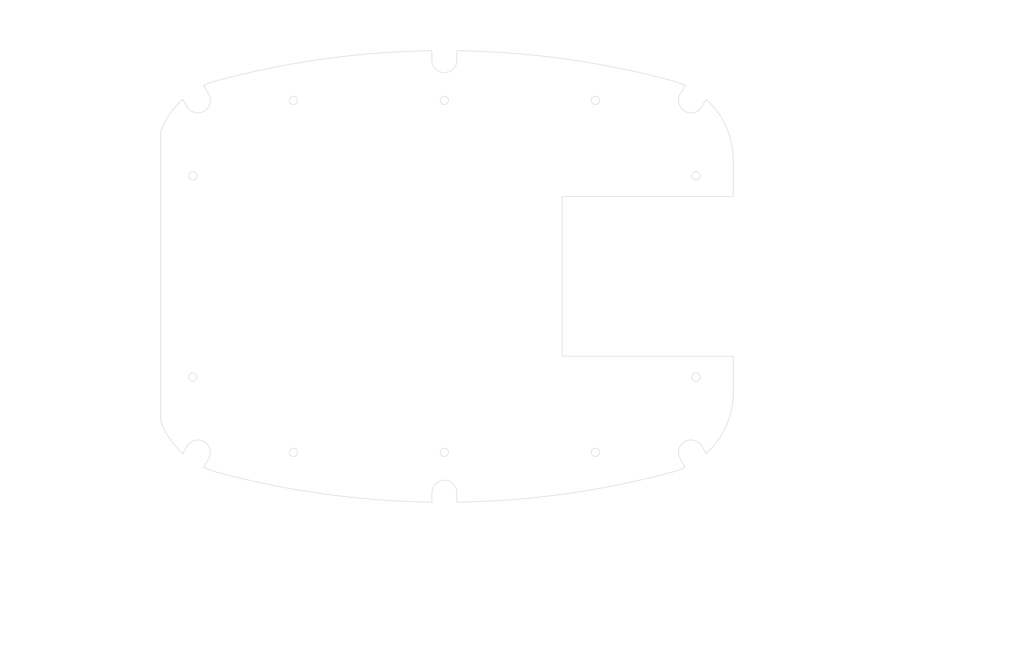
<source format=kicad_pcb>
(kicad_pcb (version 20171130) (host pcbnew "(5.1.0)-1")

  (general
    (thickness 1.6)
    (drawings 192)
    (tracks 0)
    (zones 0)
    (modules 0)
    (nets 1)
  )

  (page A2)
  (layers
    (0 F.Cu signal)
    (31 B.Cu signal)
    (32 B.Adhes user)
    (33 F.Adhes user)
    (34 B.Paste user)
    (35 F.Paste user)
    (36 B.SilkS user)
    (37 F.SilkS user)
    (38 B.Mask user)
    (39 F.Mask user)
    (40 Dwgs.User user)
    (41 Cmts.User user)
    (42 Eco1.User user)
    (43 Eco2.User user)
    (44 Edge.Cuts user)
    (45 Margin user)
    (46 B.CrtYd user)
    (47 F.CrtYd user)
    (48 B.Fab user)
    (49 F.Fab user)
  )

  (setup
    (last_trace_width 0.25)
    (trace_clearance 0.2)
    (zone_clearance 0.508)
    (zone_45_only no)
    (trace_min 0.2)
    (via_size 0.8)
    (via_drill 0.4)
    (via_min_size 0.4)
    (via_min_drill 0.3)
    (uvia_size 0.3)
    (uvia_drill 0.1)
    (uvias_allowed no)
    (uvia_min_size 0.2)
    (uvia_min_drill 0.1)
    (edge_width 0.05)
    (segment_width 0.2)
    (pcb_text_width 0.3)
    (pcb_text_size 1.5 1.5)
    (mod_edge_width 0.12)
    (mod_text_size 1 1)
    (mod_text_width 0.15)
    (pad_size 1.524 1.524)
    (pad_drill 0.762)
    (pad_to_mask_clearance 0.051)
    (solder_mask_min_width 0.25)
    (aux_axis_origin 0 0)
    (visible_elements FFFFEF7F)
    (pcbplotparams
      (layerselection 0x010fc_ffffffff)
      (usegerberextensions false)
      (usegerberattributes false)
      (usegerberadvancedattributes false)
      (creategerberjobfile false)
      (excludeedgelayer true)
      (linewidth 0.152400)
      (plotframeref false)
      (viasonmask false)
      (mode 1)
      (useauxorigin false)
      (hpglpennumber 1)
      (hpglpenspeed 20)
      (hpglpendiameter 15.000000)
      (psnegative false)
      (psa4output false)
      (plotreference true)
      (plotvalue true)
      (plotinvisibletext false)
      (padsonsilk false)
      (subtractmaskfromsilk false)
      (outputformat 1)
      (mirror false)
      (drillshape 1)
      (scaleselection 1)
      (outputdirectory ""))
  )

  (net 0 "")

  (net_class Default "This is the default net class."
    (clearance 0.2)
    (trace_width 0.25)
    (via_dia 0.8)
    (via_drill 0.4)
    (uvia_dia 0.3)
    (uvia_drill 0.1)
  )

  (gr_line (start 400.353365 160.744818) (end 332.346399 160.744818) (layer Edge.Cuts) (width 0.2))
  (gr_line (start 400.353365 146.355826) (end 400.353365 160.744818) (layer Edge.Cuts) (width 0.2))
  (gr_arc (start 367.536666 146.355826) (end 400.353365 146.355826) (angle -47.86892162) (layer Edge.Cuts) (width 0.2))
  (gr_line (start 387.841504 124.979601) (end 389.551059 122.018566) (layer Edge.Cuts) (width 0.2))
  (gr_arc (start 383.537733 122.494818) (end 379.233961 120.010034) (angle -180) (layer Edge.Cuts) (width 0.2))
  (gr_line (start 381.239242 116.536787) (end 379.233961 120.010034) (layer Edge.Cuts) (width 0.2))
  (gr_arc (start 367.536666 146.355826) (end 381.239242 116.536787) (angle -9.591235262) (layer Edge.Cuts) (width 0.2))
  (gr_arc (start 285.537733 450.495883) (end 376.079314 114.670516) (angle -14.27003526) (layer Edge.Cuts) (width 0.2))
  (gr_line (start 290.5073 106.494818) (end 290.5073 102.71469) (layer Edge.Cuts) (width 0.2))
  (gr_arc (start 285.537733 106.494818) (end 280.568166 106.494818) (angle -180) (layer Edge.Cuts) (width 0.2))
  (gr_line (start 280.568166 102.71469) (end 280.568166 106.494818) (layer Edge.Cuts) (width 0.2))
  (gr_arc (start 285.537733 450.495883) (end 280.568166 102.71469) (angle -14.27003526) (layer Edge.Cuts) (width 0.2))
  (gr_arc (start 203.538799 146.355826) (end 194.996151 114.670516) (angle -9.591235262) (layer Edge.Cuts) (width 0.2))
  (gr_line (start 191.841504 120.010034) (end 189.836224 116.536787) (layer Edge.Cuts) (width 0.2))
  (gr_arc (start 187.537733 122.494818) (end 183.233961 124.979601) (angle -180) (layer Edge.Cuts) (width 0.2))
  (gr_line (start 181.524407 122.018566) (end 183.233961 124.979601) (layer Edge.Cuts) (width 0.2))
  (gr_arc (start 203.538799 146.355826) (end 181.524407 122.018566) (angle -27.45951119) (layer Edge.Cuts) (width 0.2))
  (gr_line (start 172.782178 250.077845) (end 172.782178 134.911791) (layer Edge.Cuts) (width 0.2))
  (gr_line (start 332.346399 224.244818) (end 332.346399 160.744818) (layer Edge.Cuts) (width 0.2))
  (gr_circle (center 385.537733 152.494818) (end 387.187733 152.494818) (layer Edge.Cuts) (width 0.2))
  (gr_circle (center 345.537733 122.494818) (end 347.187733 122.494818) (layer Edge.Cuts) (width 0.2))
  (gr_circle (center 285.537733 122.494818) (end 287.187733 122.494818) (layer Edge.Cuts) (width 0.2))
  (gr_circle (center 225.537733 122.494818) (end 227.187733 122.494818) (layer Edge.Cuts) (width 0.2))
  (gr_circle (center 185.537733 152.494818) (end 187.187733 152.494818) (layer Edge.Cuts) (width 0.2))
  (gr_line (start 400.353365 224.244818) (end 332.346399 224.244818) (layer Edge.Cuts) (width 0.2))
  (gr_line (start 400.353365 238.633809) (end 400.353365 224.244818) (layer Edge.Cuts) (width 0.2))
  (gr_arc (start 367.536666 238.633809) (end 389.551059 262.971069) (angle -47.86892162) (layer Edge.Cuts) (width 0.2))
  (gr_line (start 387.841504 260.010034) (end 389.551059 262.971069) (layer Edge.Cuts) (width 0.2))
  (gr_arc (start 383.537733 262.494818) (end 387.841504 260.010034) (angle -180) (layer Edge.Cuts) (width 0.2))
  (gr_line (start 381.239242 268.452849) (end 379.233961 264.979601) (layer Edge.Cuts) (width 0.2))
  (gr_arc (start 367.536666 238.633809) (end 376.079314 270.319119) (angle -9.591235262) (layer Edge.Cuts) (width 0.2))
  (gr_arc (start 285.537733 -65.506249) (end 290.5073 282.274945) (angle -14.27003526) (layer Edge.Cuts) (width 0.2))
  (gr_line (start 290.5073 278.494818) (end 290.5073 282.274945) (layer Edge.Cuts) (width 0.2))
  (gr_arc (start 285.537733 278.494818) (end 290.5073 278.494818) (angle -180) (layer Edge.Cuts) (width 0.2))
  (gr_line (start 280.568166 282.274945) (end 280.568166 278.494818) (layer Edge.Cuts) (width 0.2))
  (gr_arc (start 285.537733 -65.506249) (end 194.996151 270.319119) (angle -14.27003526) (layer Edge.Cuts) (width 0.2))
  (gr_arc (start 203.538799 238.633809) (end 189.836224 268.452849) (angle -9.591235262) (layer Edge.Cuts) (width 0.2))
  (gr_line (start 191.841504 264.979601) (end 189.836224 268.452849) (layer Edge.Cuts) (width 0.2))
  (gr_arc (start 187.537733 262.494818) (end 191.841504 264.979601) (angle -180) (layer Edge.Cuts) (width 0.2))
  (gr_line (start 181.524407 262.971069) (end 183.233961 260.010034) (layer Edge.Cuts) (width 0.2))
  (gr_arc (start 203.538799 238.633809) (end 172.782178 250.077845) (angle -27.45951119) (layer Edge.Cuts) (width 0.2))
  (gr_circle (center 385.537733 232.494818) (end 387.187733 232.494818) (layer Edge.Cuts) (width 0.2))
  (gr_circle (center 345.537733 262.494818) (end 347.187733 262.494818) (layer Edge.Cuts) (width 0.2))
  (gr_circle (center 285.537733 262.494818) (end 287.187733 262.494818) (layer Edge.Cuts) (width 0.2))
  (gr_circle (center 225.537733 262.494818) (end 227.187733 262.494818) (layer Edge.Cuts) (width 0.2))
  (gr_circle (center 185.537733 232.494818) (end 187.187733 232.494818) (layer Edge.Cuts) (width 0.2))
  (gr_line (start 185.537733 230.011484) (end 185.537733 234.978151) (layer Dwgs.User) (width 0.2))
  (gr_line (start 188.021066 232.494818) (end 183.054399 232.494818) (layer Dwgs.User) (width 0.2))
  (gr_line (start 225.537733 260.011484) (end 225.537733 264.978151) (layer Dwgs.User) (width 0.2))
  (gr_line (start 228.021066 262.494818) (end 223.054399 262.494818) (layer Dwgs.User) (width 0.2))
  (gr_line (start 285.537733 260.011484) (end 285.537733 264.978151) (layer Dwgs.User) (width 0.2))
  (gr_line (start 288.021066 262.494818) (end 283.054399 262.494818) (layer Dwgs.User) (width 0.2))
  (gr_line (start 345.537733 260.011484) (end 345.537733 264.978151) (layer Dwgs.User) (width 0.2))
  (gr_line (start 348.021066 262.494818) (end 343.054399 262.494818) (layer Dwgs.User) (width 0.2))
  (gr_line (start 385.537733 230.011484) (end 385.537733 234.978151) (layer Dwgs.User) (width 0.2))
  (gr_line (start 388.021066 232.494818) (end 383.054399 232.494818) (layer Dwgs.User) (width 0.2))
  (gr_line (start 385.537733 150.011484) (end 385.537733 154.978151) (layer Dwgs.User) (width 0.2))
  (gr_line (start 388.021066 152.494818) (end 383.054399 152.494818) (layer Dwgs.User) (width 0.2))
  (gr_line (start 345.537733 120.011484) (end 345.537733 124.978151) (layer Dwgs.User) (width 0.2))
  (gr_line (start 348.021066 122.494818) (end 343.054399 122.494818) (layer Dwgs.User) (width 0.2))
  (gr_line (start 285.537733 120.011484) (end 285.537733 124.978151) (layer Dwgs.User) (width 0.2))
  (gr_line (start 288.021066 122.494818) (end 283.054399 122.494818) (layer Dwgs.User) (width 0.2))
  (gr_line (start 185.537733 150.011484) (end 185.537733 154.978151) (layer Dwgs.User) (width 0.2))
  (gr_line (start 188.021066 152.494818) (end 183.054399 152.494818) (layer Dwgs.User) (width 0.2))
  (gr_line (start 225.537733 120.011484) (end 225.537733 124.978151) (layer Dwgs.User) (width 0.2))
  (gr_line (start 228.021066 122.494818) (end 223.054399 122.494818) (layer Dwgs.User) (width 0.2))
  (gr_line (start 400.353365 238.633809) (end 400.353365 224.244818) (layer Dwgs.User) (width 0.2))
  (gr_text [8.96] (at 286.84781 340.085448) (layer Dwgs.User)
    (effects (font (size 2.833333 2.55) (thickness 0.354166)))
  )
  (gr_text " 227.57" (at 286.84781 334.15639) (layer Dwgs.User)
    (effects (font (size 2.833333 2.55) (thickness 0.354166)))
  )
  (gr_line (start 397.020031 336.936346) (end 294.694331 336.936346) (layer Dwgs.User) (width 0.2))
  (gr_line (start 176.115511 336.936346) (end 279.001289 336.936346) (layer Dwgs.User) (width 0.2))
  (gr_line (start 400.353365 240.300476) (end 400.353365 342.228013) (layer Dwgs.User) (width 0.2))
  (gr_line (start 172.782178 251.744511) (end 172.782178 342.228013) (layer Dwgs.User) (width 0.2))
  (gr_line (start 225.537733 122.644818) (end 225.537733 122.344818) (layer Dwgs.User) (width 0.2))
  (gr_line (start 225.387733 122.494818) (end 225.687733 122.494818) (layer Dwgs.User) (width 0.2))
  (gr_text [2.28] (at 427.020031 119.786131) (layer Dwgs.User)
    (effects (font (size 2.833333 2.55) (thickness 0.354166)))
  )
  (gr_text " 58.03" (at 427.020031 113.856106) (layer Dwgs.User)
    (effects (font (size 2.833333 2.55) (thickness 0.354166)))
  )
  (gr_line (start 427.020031 106.048023) (end 427.020031 110.707004) (layer Dwgs.User) (width 0.2))
  (gr_line (start 427.020031 157.411484) (end 427.020031 122.567054) (layer Dwgs.User) (width 0.2))
  (gr_line (start 292.173967 102.71469) (end 432.311698 102.71469) (layer Dwgs.User) (width 0.2))
  (gr_line (start 402.020031 160.744818) (end 432.311698 160.744818) (layer Dwgs.User) (width 0.2))
  (gr_text [3.15] (at 202.204399 195.64392) (layer Dwgs.User)
    (effects (font (size 2.833333 2.55) (thickness 0.354166)))
  )
  (gr_text " 80.00" (at 202.204399 189.714861) (layer Dwgs.User)
    (effects (font (size 2.833333 2.55) (thickness 0.354166)))
  )
  (gr_line (start 202.204399 229.161484) (end 202.204399 198.423876) (layer Dwgs.User) (width 0.2))
  (gr_line (start 202.204399 155.828151) (end 202.204399 186.565759) (layer Dwgs.User) (width 0.2))
  (gr_line (start 187.204399 232.494818) (end 207.496066 232.494818) (layer Dwgs.User) (width 0.2))
  (gr_line (start 187.204399 152.494818) (end 207.496066 152.494818) (layer Dwgs.User) (width 0.2))
  (gr_line (start 420.387537 259.161484) (end 420.387537 255.828151) (layer Dwgs.User) (width 0.2))
  (gr_line (start 420.387537 285.608279) (end 420.387537 288.941612) (layer Dwgs.User) (width 0.2))
  (gr_line (start 347.204399 262.494818) (end 425.679204 262.494818) (layer Dwgs.User) (width 0.2))
  (gr_line (start 292.173967 282.274945) (end 425.679204 282.274945) (layer Dwgs.User) (width 0.2))
  (gr_text [5.51] (at 302.204399 195.64392) (layer Dwgs.User)
    (effects (font (size 2.833333 2.55) (thickness 0.354166)))
  )
  (gr_text " 140.00" (at 302.204399 189.714861) (layer Dwgs.User)
    (effects (font (size 2.833333 2.55) (thickness 0.354166)))
  )
  (gr_line (start 302.204399 259.161484) (end 302.204399 198.423876) (layer Dwgs.User) (width 0.2))
  (gr_line (start 302.204399 125.828151) (end 302.204399 186.565759) (layer Dwgs.User) (width 0.2))
  (gr_line (start 287.204399 262.494818) (end 307.496066 262.494818) (layer Dwgs.User) (width 0.2))
  (gr_line (start 287.204399 122.494818) (end 307.496066 122.494818) (layer Dwgs.User) (width 0.2))
  (gr_text [3.63] (at 450.669188 208.327091) (layer Dwgs.User)
    (effects (font (size 2.833333 2.55) (thickness 0.354166)))
  )
  (gr_text " 92.28" (at 450.669188 202.398032) (layer Dwgs.User)
    (effects (font (size 2.833333 2.55) (thickness 0.354166)))
  )
  (gr_line (start 450.669188 235.300476) (end 450.669188 211.107047) (layer Dwgs.User) (width 0.2))
  (gr_line (start 450.669188 149.68916) (end 450.669188 199.24893) (layer Dwgs.User) (width 0.2))
  (gr_line (start 402.020031 238.633809) (end 455.960854 238.633809) (layer Dwgs.User) (width 0.2))
  (gr_line (start 402.020031 146.355826) (end 455.960854 146.355826) (layer Dwgs.User) (width 0.2))
  (gr_text [5.13] (at 507.99369 188.803475) (layer Dwgs.User)
    (effects (font (size 2.833333 2.55) (thickness 0.354166)))
  )
  (gr_text " 130.40" (at 507.99369 182.87345) (layer Dwgs.User)
    (effects (font (size 2.833333 2.55) (thickness 0.354166)))
  )
  (gr_line (start 507.99369 254.361251) (end 507.99369 191.584398) (layer Dwgs.User) (width 0.2))
  (gr_line (start 507.99369 130.628384) (end 507.99369 179.724348) (layer Dwgs.User) (width 0.2))
  (gr_line (start 386.490618 257.694584) (end 513.285357 257.694584) (layer Dwgs.User) (width 0.2))
  (gr_line (start 386.490618 127.295051) (end 513.285357 127.295051) (layer Dwgs.User) (width 0.2))
  (gr_text [3.15] (at 477.941988 196.377168) (layer Dwgs.User)
    (effects (font (size 2.833333 2.55) (thickness 0.354166)))
  )
  (gr_text " 80.00" (at 477.941988 190.448109) (layer Dwgs.User)
    (effects (font (size 2.833333 2.55) (thickness 0.354166)))
  )
  (gr_line (start 477.941988 229.161484) (end 477.941988 199.157125) (layer Dwgs.User) (width 0.2))
  (gr_line (start 477.941988 155.828151) (end 477.941988 187.299007) (layer Dwgs.User) (width 0.2))
  (gr_line (start 387.204399 232.494818) (end 483.233654 232.494818) (layer Dwgs.User) (width 0.2))
  (gr_line (start 387.204399 152.494818) (end 483.233654 152.494818) (layer Dwgs.User) (width 0.2))
  (gr_text [2.68] (at 366.349882 180.560586) (layer Dwgs.User)
    (effects (font (size 2.833333 2.55) (thickness 0.354166)))
  )
  (gr_text " 68.01" (at 366.349882 174.631527) (layer Dwgs.User)
    (effects (font (size 2.833333 2.55) (thickness 0.354166)))
  )
  (gr_line (start 335.679733 177.411484) (end 359.877508 177.411484) (layer Dwgs.User) (width 0.2))
  (gr_line (start 397.020031 177.411484) (end 372.822256 177.411484) (layer Dwgs.User) (width 0.2))
  (gr_line (start 332.346399 162.411484) (end 332.346399 182.703151) (layer Dwgs.User) (width 0.2))
  (gr_line (start 400.353365 162.411484) (end 400.353365 182.703151) (layer Dwgs.User) (width 0.2))
  (gr_text [2.50] (at 427.020031 195.64392) (layer Dwgs.User)
    (effects (font (size 2.833333 2.55) (thickness 0.354166)))
  )
  (gr_text " 63.50" (at 427.020031 189.713894) (layer Dwgs.User)
    (effects (font (size 2.833333 2.55) (thickness 0.354166)))
  )
  (gr_line (start 427.020031 164.078151) (end 427.020031 186.564793) (layer Dwgs.User) (width 0.2))
  (gr_line (start 427.020031 220.911484) (end 427.020031 198.424843) (layer Dwgs.User) (width 0.2))
  (gr_line (start 402.020031 160.744818) (end 432.311698 160.744818) (layer Dwgs.User) (width 0.2))
  (gr_line (start 402.020031 224.244818) (end 432.311698 224.244818) (layer Dwgs.User) (width 0.2))
  (gr_text [1.96] (at 477.941988 270.897594) (layer Dwgs.User)
    (effects (font (size 2.833333 2.55) (thickness 0.354166)))
  )
  (gr_text " 49.78" (at 477.941988 264.968535) (layer Dwgs.User)
    (effects (font (size 2.833333 2.55) (thickness 0.354166)))
  )
  (gr_line (start 477.941988 235.828151) (end 477.941988 261.819433) (layer Dwgs.User) (width 0.2))
  (gr_line (start 477.941988 278.941612) (end 477.941988 273.677551) (layer Dwgs.User) (width 0.2))
  (gr_line (start 387.204399 232.494818) (end 483.233654 232.494818) (layer Dwgs.User) (width 0.2))
  (gr_line (start 292.173967 282.274945) (end 483.233654 282.274945) (layer Dwgs.User) (width 0.2))
  (gr_text [4.52] (at 342.945549 323.946457) (layer Dwgs.User)
    (effects (font (size 2.833333 2.55) (thickness 0.354166)))
  )
  (gr_text " 114.82" (at 342.945549 318.017398) (layer Dwgs.User)
    (effects (font (size 2.833333 2.55) (thickness 0.354166)))
  )
  (gr_line (start 397.020031 320.797355) (end 350.777575 320.797355) (layer Dwgs.User) (width 0.2))
  (gr_line (start 288.871066 320.797355) (end 335.113522 320.797355) (layer Dwgs.User) (width 0.2))
  (gr_line (start 400.353365 240.300476) (end 400.353365 326.089022) (layer Dwgs.User) (width 0.2))
  (gr_line (start 285.537733 264.161484) (end 285.537733 326.089022) (layer Dwgs.User) (width 0.2))
  (gr_text [4.44] (at 229.439994 323.940659) (layer Dwgs.User)
    (effects (font (size 2.833333 2.55) (thickness 0.354166)))
  )
  (gr_text " 112.76" (at 229.439994 318.017398) (layer Dwgs.User)
    (effects (font (size 2.833333 2.55) (thickness 0.354166)))
  )
  (gr_line (start 282.204399 320.797355) (end 237.285549 320.797355) (layer Dwgs.User) (width 0.2))
  (gr_line (start 176.115511 320.797355) (end 221.594439 320.797355) (layer Dwgs.User) (width 0.2))
  (gr_line (start 285.537733 264.161484) (end 285.537733 326.089022) (layer Dwgs.User) (width 0.2))
  (gr_line (start 172.782178 251.744511) (end 172.782178 326.089022) (layer Dwgs.User) (width 0.2))
  (gr_text [2.36] (at 255.537733 302.310586) (layer Dwgs.User)
    (effects (font (size 2.833333 2.55) (thickness 0.354166)))
  )
  (gr_text " 60.00" (at 255.537733 296.381527) (layer Dwgs.User)
    (effects (font (size 2.833333 2.55) (thickness 0.354166)))
  )
  (gr_line (start 282.204399 299.161484) (end 262.278752 299.161484) (layer Dwgs.User) (width 0.2))
  (gr_line (start 228.871066 299.161484) (end 248.796714 299.161484) (layer Dwgs.User) (width 0.2))
  (gr_line (start 285.537733 264.161484) (end 285.537733 304.453151) (layer Dwgs.User) (width 0.2))
  (gr_line (start 225.537733 264.161484) (end 225.537733 304.453151) (layer Dwgs.User) (width 0.2))
  (gr_text [1.57] (at 205.537733 302.310586) (layer Dwgs.User)
    (effects (font (size 2.833333 2.55) (thickness 0.354166)))
  )
  (gr_text " 40.00" (at 205.537733 296.381527) (layer Dwgs.User)
    (effects (font (size 2.833333 2.55) (thickness 0.354166)))
  )
  (gr_line (start 222.204399 299.161484) (end 212.278752 299.161484) (layer Dwgs.User) (width 0.2))
  (gr_line (start 188.871066 299.161484) (end 198.796714 299.161484) (layer Dwgs.User) (width 0.2))
  (gr_line (start 225.537733 264.161484) (end 225.537733 304.453151) (layer Dwgs.User) (width 0.2))
  (gr_line (start 185.537733 234.161484) (end 185.537733 304.453151) (layer Dwgs.User) (width 0.2))
  (gr_text [.34] (at 258.81718 91.401828) (layer Dwgs.User)
    (effects (font (size 2.833333 2.55) (thickness 0.354166)))
  )
  (gr_text " 8.75" (at 258.81718 85.47277) (layer Dwgs.User)
    (effects (font (size 2.833333 2.55) (thickness 0.354166)))
  )
  (gr_line (start 249.828037 88.252726) (end 253.161371 88.252726) (layer Dwgs.User) (width 0.2))
  (gr_line (start 249.828037 99.381357) (end 249.828037 88.252726) (layer Dwgs.User) (width 0.2))
  (gr_line (start 249.828037 114.797718) (end 249.828037 118.131052) (layer Dwgs.User) (width 0.2))
  (gr_line (start 278.901499 102.71469) (end 244.536371 102.71469) (layer Dwgs.User) (width 0.2))
  (gr_line (start 283.871066 111.464385) (end 244.536371 111.464385) (layer Dwgs.User) (width 0.2))
  (gr_text [6.38] (at 258.81718 195.64392) (layer Dwgs.User)
    (effects (font (size 2.833333 2.55) (thickness 0.354166)))
  )
  (gr_text " 162.06" (at 258.81718 189.714861) (layer Dwgs.User)
    (effects (font (size 2.833333 2.55) (thickness 0.354166)))
  )
  (gr_line (start 258.81718 114.797718) (end 258.81718 186.565759) (layer Dwgs.User) (width 0.2))
  (gr_line (start 258.81718 270.191917) (end 258.81718 198.423876) (layer Dwgs.User) (width 0.2))
  (gr_line (start 283.871066 111.464385) (end 253.525514 111.464385) (layer Dwgs.User) (width 0.2))
  (gr_line (start 283.871066 273.52525) (end 253.525514 273.52525) (layer Dwgs.User) (width 0.2))
  (gr_text [7.07] (at 116.838357 195.64392) (layer Dwgs.User)
    (effects (font (size 2.833333 2.55) (thickness 0.354166)))
  )
  (gr_text " 179.56" (at 116.838357 189.714861) (layer Dwgs.User)
    (effects (font (size 2.833333 2.55) (thickness 0.354166)))
  )
  (gr_line (start 116.838357 278.941612) (end 116.838357 198.423876) (layer Dwgs.User) (width 0.2))
  (gr_line (start 116.838357 106.048023) (end 116.838357 186.565759) (layer Dwgs.User) (width 0.2))
  (gr_line (start 278.901499 282.274945) (end 111.546691 282.274945) (layer Dwgs.User) (width 0.2))
  (gr_line (start 278.901499 102.71469) (end 111.546691 102.71469) (layer Dwgs.User) (width 0.2))
  (gr_text [4.53] (at 156.115511 197.27979) (layer Dwgs.User)
    (effects (font (size 2.833333 2.55) (thickness 0.354166)))
  )
  (gr_text " 115.17" (at 156.115511 191.350732) (layer Dwgs.User)
    (effects (font (size 2.833333 2.55) (thickness 0.354166)))
  )
  (gr_line (start 156.115511 138.245124) (end 156.115511 188.20163) (layer Dwgs.User) (width 0.2))
  (gr_line (start 156.115511 246.744511) (end 156.115511 200.059747) (layer Dwgs.User) (width 0.2))
  (gr_line (start 171.115511 134.911791) (end 150.823845 134.911791) (layer Dwgs.User) (width 0.2))
  (gr_line (start 171.115511 250.077845) (end 150.823845 250.077845) (layer Dwgs.User) (width 0.2))
  (gr_text [R1.29] (at 151.161474 121.15815) (layer Dwgs.User)
    (effects (font (size 2.833333 2.55) (thickness 0.354166)))
  )
  (gr_text " R32.82" (at 151.161474 115.228125) (layer Dwgs.User)
    (effects (font (size 2.833333 2.55) (thickness 0.354166)))
  )
  (gr_line (start 164.18993 118.009049) (end 174.207319 125.225538) (layer Dwgs.User) (width 0.2))
  (gr_line (start 159.322059 118.009049) (end 164.18993 118.009049) (layer Dwgs.User) (width 0.2))
  (gr_text [.39] (at 314.275523 91.087189) (layer Dwgs.User)
    (effects (font (size 2.833333 2.55) (thickness 0.354166)))
  )
  (gr_text " 9.94" (at 314.275523 85.15813) (layer Dwgs.User)
    (effects (font (size 2.833333 2.55) (thickness 0.354166)))
  )
  (gr_line (start 293.840633 87.938087) (end 308.636141 87.938087) (layer Dwgs.User) (width 0.2))
  (gr_line (start 277.234832 87.938087) (end 273.901499 87.938087) (layer Dwgs.User) (width 0.2))
  (gr_line (start 290.5073 101.048023) (end 290.5073 82.64642) (layer Dwgs.User) (width 0.2))
  (gr_line (start 280.568166 101.048023) (end 280.568166 82.64642) (layer Dwgs.User) (width 0.2))

)

</source>
